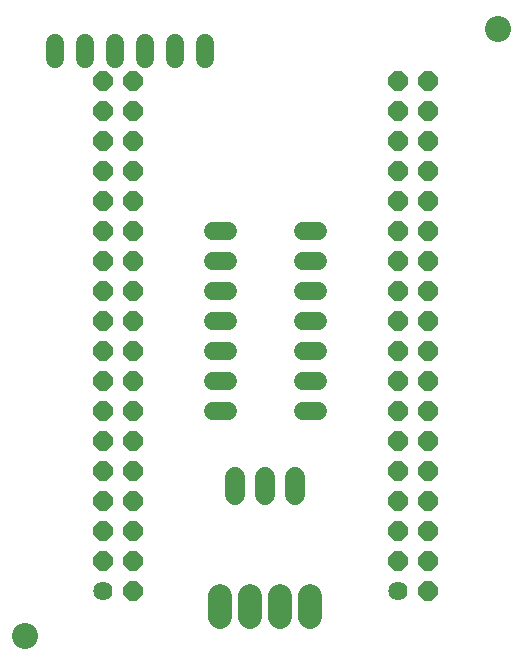
<source format=gbr>
G04 EAGLE Gerber RS-274X export*
G75*
%MOMM*%
%FSLAX34Y34*%
%LPD*%
%INSoldermask Top*%
%IPPOS*%
%AMOC8*
5,1,8,0,0,1.08239X$1,22.5*%
G01*
%ADD10C,2.203200*%
%ADD11C,1.625600*%
%ADD12P,1.759533X8X112.500000*%
%ADD13C,1.524000*%
%ADD14C,1.727200*%
%ADD15C,2.003200*%


D10*
X577850Y628650D03*
X177800Y114300D03*
D11*
X493300Y152200D03*
D12*
X518700Y152200D03*
X493300Y177600D03*
X518700Y177600D03*
X493300Y203000D03*
X518700Y203000D03*
X493300Y228400D03*
X518700Y228400D03*
X493300Y253800D03*
X518700Y253800D03*
X493300Y279200D03*
X518700Y279200D03*
X493300Y304600D03*
X518700Y304600D03*
X493300Y330000D03*
X518700Y330000D03*
X493300Y355400D03*
X518700Y355400D03*
X493300Y380800D03*
X518700Y380800D03*
X493300Y406200D03*
X518700Y406200D03*
X493300Y431600D03*
X518700Y431600D03*
X493300Y457000D03*
X518700Y457000D03*
X493300Y482400D03*
X518700Y482400D03*
X493300Y507800D03*
X518700Y507800D03*
X493300Y533200D03*
X518700Y533200D03*
X493300Y558600D03*
X518700Y558600D03*
X493300Y584000D03*
X518700Y584000D03*
D11*
X243300Y152200D03*
D12*
X268700Y152200D03*
X243300Y177600D03*
X268700Y177600D03*
X243300Y203000D03*
X268700Y203000D03*
X243300Y228400D03*
X268700Y228400D03*
X243300Y253800D03*
X268700Y253800D03*
X243300Y279200D03*
X268700Y279200D03*
X243300Y304600D03*
X268700Y304600D03*
X243300Y330000D03*
X268700Y330000D03*
X243300Y355400D03*
X268700Y355400D03*
X243300Y380800D03*
X268700Y380800D03*
X243300Y406200D03*
X268700Y406200D03*
X243300Y431600D03*
X268700Y431600D03*
X243300Y457000D03*
X268700Y457000D03*
X243300Y482400D03*
X268700Y482400D03*
X243300Y507800D03*
X268700Y507800D03*
X243300Y533200D03*
X268700Y533200D03*
X243300Y558600D03*
X268700Y558600D03*
X243300Y584000D03*
X268700Y584000D03*
D13*
X203200Y602996D02*
X203200Y616204D01*
X228600Y616204D02*
X228600Y602996D01*
X254000Y602996D02*
X254000Y616204D01*
X279400Y616204D02*
X279400Y602996D01*
X304800Y602996D02*
X304800Y616204D01*
X330200Y616204D02*
X330200Y602996D01*
X412496Y304800D02*
X425704Y304800D01*
X425704Y330200D02*
X412496Y330200D01*
X412496Y457200D02*
X425704Y457200D01*
X349504Y457200D02*
X336296Y457200D01*
X412496Y355600D02*
X425704Y355600D01*
X425704Y381000D02*
X412496Y381000D01*
X412496Y431800D02*
X425704Y431800D01*
X425704Y406400D02*
X412496Y406400D01*
X349504Y431800D02*
X336296Y431800D01*
X336296Y406400D02*
X349504Y406400D01*
X349504Y381000D02*
X336296Y381000D01*
X336296Y355600D02*
X349504Y355600D01*
X349504Y330200D02*
X336296Y330200D01*
X336296Y304800D02*
X349504Y304800D01*
D14*
X355600Y248920D02*
X355600Y233680D01*
X381000Y233680D02*
X381000Y248920D01*
X406400Y248920D02*
X406400Y233680D01*
D15*
X342900Y148700D02*
X342900Y130700D01*
X368300Y130700D02*
X368300Y148700D01*
X393700Y148700D02*
X393700Y130700D01*
X419100Y130700D02*
X419100Y148700D01*
M02*

</source>
